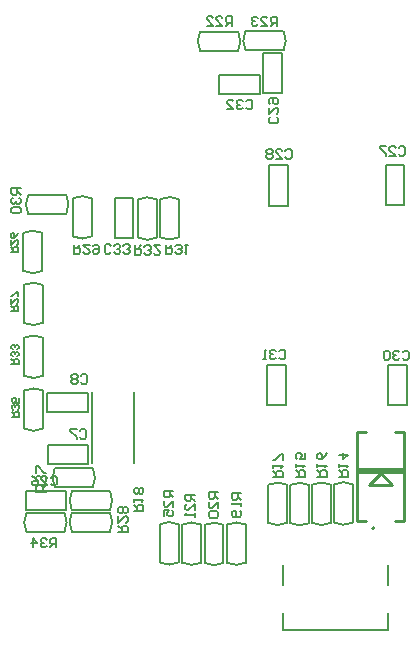
<source format=gbo>
G04*
G04 #@! TF.GenerationSoftware,Altium Limited,Altium Designer,23.6.0 (18)*
G04*
G04 Layer_Color=32896*
%FSLAX44Y44*%
%MOMM*%
G71*
G04*
G04 #@! TF.SameCoordinates,1B3FBE08-8921-405D-8673-E2F24B904F06*
G04*
G04*
G04 #@! TF.FilePolarity,Positive*
G04*
G01*
G75*
%ADD10C,0.1500*%
%ADD11C,0.2000*%
%ADD12C,0.1270*%
%ADD88C,0.2500*%
%ADD89R,4.0000X0.5000*%
D10*
X398749Y376337D02*
X390751D01*
Y380336D01*
X392084Y381668D01*
X394750D01*
X396083Y380336D01*
Y376337D01*
Y379002D02*
X398749Y381668D01*
X392084Y384334D02*
X390751Y385667D01*
Y388333D01*
X392084Y389666D01*
X393417D01*
X394750Y388333D01*
Y387000D01*
Y388333D01*
X396083Y389666D01*
X397416D01*
X398749Y388333D01*
Y385667D01*
X397416Y384334D01*
X390751Y392332D02*
Y397663D01*
X392084D01*
X397416Y392332D01*
X398749D01*
X370001Y439753D02*
X375999D01*
Y442752D01*
X374999Y443751D01*
X373000D01*
X372000Y442752D01*
Y439753D01*
Y441752D02*
X370001Y443751D01*
X374999Y445751D02*
X375999Y446750D01*
Y448750D01*
X374999Y449749D01*
X374000D01*
X373000Y448750D01*
Y447750D01*
Y448750D01*
X372000Y449749D01*
X371001D01*
X370001Y448750D01*
Y446750D01*
X371001Y445751D01*
X375999Y455747D02*
Y451749D01*
X373000D01*
X374000Y453748D01*
Y454748D01*
X373000Y455747D01*
X371001D01*
X370001Y454748D01*
Y452748D01*
X371001Y451749D01*
X407663Y329001D02*
Y336999D01*
X403665D01*
X402332Y335666D01*
Y333000D01*
X403665Y331667D01*
X407663D01*
X404997D02*
X402332Y329001D01*
X399666Y335666D02*
X398333Y336999D01*
X395667D01*
X394334Y335666D01*
Y334333D01*
X395667Y333000D01*
X397000D01*
X395667D01*
X394334Y331667D01*
Y330334D01*
X395667Y329001D01*
X398333D01*
X399666Y330334D01*
X387670Y329001D02*
Y336999D01*
X391668Y333000D01*
X386337D01*
X369751Y484753D02*
X375749D01*
Y487752D01*
X374749Y488751D01*
X372750D01*
X371750Y487752D01*
Y484753D01*
Y486752D02*
X369751Y488751D01*
X374749Y490751D02*
X375749Y491750D01*
Y493750D01*
X374749Y494749D01*
X373750D01*
X372750Y493750D01*
Y492750D01*
Y493750D01*
X371750Y494749D01*
X370751D01*
X369751Y493750D01*
Y491750D01*
X370751Y490751D01*
X374749Y496749D02*
X375749Y497748D01*
Y499748D01*
X374749Y500747D01*
X373750D01*
X372750Y499748D01*
Y498748D01*
Y499748D01*
X371750Y500747D01*
X370751D01*
X369751Y499748D01*
Y497748D01*
X370751Y496749D01*
X474337Y584749D02*
Y576751D01*
X478335D01*
X479668Y578084D01*
Y580750D01*
X478335Y582083D01*
X474337D01*
X477002D02*
X479668Y584749D01*
X482334Y578084D02*
X483667Y576751D01*
X486333D01*
X487666Y578084D01*
Y579417D01*
X486333Y580750D01*
X485000D01*
X486333D01*
X487666Y582083D01*
Y583416D01*
X486333Y584749D01*
X483667D01*
X482334Y583416D01*
X495663Y584749D02*
X490331D01*
X495663Y579417D01*
Y578084D01*
X494330Y576751D01*
X491664D01*
X490331Y578084D01*
X500420Y585499D02*
Y577501D01*
X504418D01*
X505751Y578834D01*
Y581500D01*
X504418Y582833D01*
X500420D01*
X503085D02*
X505751Y585499D01*
X508417Y578834D02*
X509750Y577501D01*
X512416D01*
X513749Y578834D01*
Y580167D01*
X512416Y581500D01*
X511083D01*
X512416D01*
X513749Y582833D01*
Y584166D01*
X512416Y585499D01*
X509750D01*
X508417Y584166D01*
X516414Y585499D02*
X519080D01*
X517747D01*
Y577501D01*
X516414Y578834D01*
X377499Y633163D02*
X369501D01*
Y629165D01*
X370834Y627832D01*
X373500D01*
X374833Y629165D01*
Y633163D01*
Y630498D02*
X377499Y627832D01*
X370834Y625166D02*
X369501Y623833D01*
Y621167D01*
X370834Y619834D01*
X372167D01*
X373500Y621167D01*
Y622500D01*
Y621167D01*
X374833Y619834D01*
X376166D01*
X377499Y621167D01*
Y623833D01*
X376166Y625166D01*
X370834Y617168D02*
X369501Y615835D01*
Y613170D01*
X370834Y611837D01*
X376166D01*
X377499Y613170D01*
Y615835D01*
X376166Y617168D01*
X370834D01*
X422587Y585499D02*
Y577501D01*
X426585D01*
X427918Y578834D01*
Y581500D01*
X426585Y582833D01*
X422587D01*
X425252D02*
X427918Y585499D01*
X435916D02*
X430584D01*
X435916Y580167D01*
Y578834D01*
X434583Y577501D01*
X431917D01*
X430584Y578834D01*
X438582Y584166D02*
X439914Y585499D01*
X442580D01*
X443913Y584166D01*
Y578834D01*
X442580Y577501D01*
X439914D01*
X438582Y578834D01*
Y580167D01*
X439914Y581500D01*
X443913D01*
X460251Y342087D02*
X468249D01*
Y346086D01*
X466916Y347418D01*
X464250D01*
X462917Y346086D01*
Y342087D01*
Y344753D02*
X460251Y347418D01*
Y355416D02*
Y350084D01*
X465583Y355416D01*
X466916D01*
X468249Y354083D01*
Y351417D01*
X466916Y350084D01*
Y358082D02*
X468249Y359414D01*
Y362080D01*
X466916Y363413D01*
X465583D01*
X464250Y362080D01*
X462917Y363413D01*
X461584D01*
X460251Y362080D01*
Y359414D01*
X461584Y358082D01*
X462917D01*
X464250Y359414D01*
X465583Y358082D01*
X466916D01*
X464250Y359414D02*
Y362080D01*
X369501Y529503D02*
X375499D01*
Y532502D01*
X374499Y533501D01*
X372500D01*
X371500Y532502D01*
Y529503D01*
Y531502D02*
X369501Y533501D01*
Y539499D02*
Y535501D01*
X373500Y539499D01*
X374499D01*
X375499Y538500D01*
Y536500D01*
X374499Y535501D01*
X375499Y541499D02*
Y545497D01*
X374499D01*
X370501Y541499D01*
X369501D01*
X369251Y579253D02*
X375249D01*
Y582252D01*
X374249Y583251D01*
X372250D01*
X371250Y582252D01*
Y579253D01*
Y581252D02*
X369251Y583251D01*
Y589249D02*
Y585251D01*
X373250Y589249D01*
X374249D01*
X375249Y588250D01*
Y586250D01*
X374249Y585251D01*
X375249Y595247D02*
X374249Y593248D01*
X372250Y591249D01*
X370251D01*
X369251Y592248D01*
Y594248D01*
X370251Y595247D01*
X371250D01*
X372250Y594248D01*
Y591249D01*
X506749Y376663D02*
X498751D01*
Y372664D01*
X500084Y371332D01*
X502750D01*
X504083Y372664D01*
Y376663D01*
Y373997D02*
X506749Y371332D01*
Y363334D02*
Y368666D01*
X501417Y363334D01*
X500084D01*
X498751Y364667D01*
Y367333D01*
X500084Y368666D01*
X498751Y355337D02*
Y360668D01*
X502750D01*
X501417Y358003D01*
Y356670D01*
X502750Y355337D01*
X505416D01*
X506749Y356670D01*
Y359336D01*
X505416Y360668D01*
X594413Y770501D02*
Y778499D01*
X590415D01*
X589082Y777166D01*
Y774500D01*
X590415Y773167D01*
X594413D01*
X591747D02*
X589082Y770501D01*
X581084D02*
X586416D01*
X581084Y775833D01*
Y777166D01*
X582417Y778499D01*
X585083D01*
X586416Y777166D01*
X578418D02*
X577085Y778499D01*
X574420D01*
X573087Y777166D01*
Y775833D01*
X574420Y774500D01*
X575753D01*
X574420D01*
X573087Y773167D01*
Y771834D01*
X574420Y770501D01*
X577085D01*
X578418Y771834D01*
X556413Y770751D02*
Y778749D01*
X552415D01*
X551082Y777416D01*
Y774750D01*
X552415Y773417D01*
X556413D01*
X553747D02*
X551082Y770751D01*
X543084D02*
X548416D01*
X543084Y776083D01*
Y777416D01*
X544417Y778749D01*
X547083D01*
X548416Y777416D01*
X535087Y770751D02*
X540418D01*
X535087Y776083D01*
Y777416D01*
X536420Y778749D01*
X539086D01*
X540418Y777416D01*
X524749Y373830D02*
X516751D01*
Y369832D01*
X518084Y368499D01*
X520750D01*
X522083Y369832D01*
Y373830D01*
Y371164D02*
X524749Y368499D01*
Y360501D02*
Y365833D01*
X519417Y360501D01*
X518084D01*
X516751Y361834D01*
Y364500D01*
X518084Y365833D01*
X524749Y357835D02*
Y355170D01*
Y356502D01*
X516751D01*
X518084Y357835D01*
X544749Y375663D02*
X536751D01*
Y371665D01*
X538084Y370332D01*
X540750D01*
X542083Y371665D01*
Y375663D01*
Y372997D02*
X544749Y370332D01*
Y362334D02*
Y367666D01*
X539417Y362334D01*
X538084D01*
X536751Y363667D01*
Y366333D01*
X538084Y367666D01*
Y359668D02*
X536751Y358335D01*
Y355670D01*
X538084Y354337D01*
X543416D01*
X544749Y355670D01*
Y358335D01*
X543416Y359668D01*
X538084D01*
X564249Y374747D02*
X556251D01*
Y370748D01*
X557584Y369415D01*
X560250D01*
X561583Y370748D01*
Y374747D01*
Y372081D02*
X564249Y369415D01*
Y366749D02*
Y364084D01*
Y365416D01*
X556251D01*
X557584Y366749D01*
X562916Y360085D02*
X564249Y358752D01*
Y356086D01*
X562916Y354753D01*
X557584D01*
X556251Y356086D01*
Y358752D01*
X557584Y360085D01*
X558917D01*
X560250Y358752D01*
Y354753D01*
X473501Y359753D02*
X481499D01*
Y363752D01*
X480166Y365085D01*
X477500D01*
X476167Y363752D01*
Y359753D01*
Y362419D02*
X473501Y365085D01*
Y367751D02*
Y370416D01*
Y369084D01*
X481499D01*
X480166Y367751D01*
Y374415D02*
X481499Y375748D01*
Y378414D01*
X480166Y379747D01*
X478833D01*
X477500Y378414D01*
X476167Y379747D01*
X474834D01*
X473501Y378414D01*
Y375748D01*
X474834Y374415D01*
X476167D01*
X477500Y375748D01*
X478833Y374415D01*
X480166D01*
X477500Y375748D02*
Y378414D01*
X591251Y388503D02*
X599249D01*
Y392502D01*
X597916Y393835D01*
X595250D01*
X593917Y392502D01*
Y388503D01*
Y391169D02*
X591251Y393835D01*
Y396501D02*
Y399166D01*
Y397834D01*
X599249D01*
X597916Y396501D01*
X599249Y403165D02*
Y408497D01*
X597916D01*
X592584Y403165D01*
X591251D01*
X628501Y389003D02*
X636499D01*
Y393002D01*
X635166Y394335D01*
X632500D01*
X631167Y393002D01*
Y389003D01*
Y391669D02*
X628501Y394335D01*
Y397001D02*
Y399666D01*
Y398334D01*
X636499D01*
X635166Y397001D01*
X636499Y408997D02*
X635166Y406331D01*
X632500Y403665D01*
X629834D01*
X628501Y404998D01*
Y407664D01*
X629834Y408997D01*
X631167D01*
X632500Y407664D01*
Y403665D01*
X610251Y389003D02*
X618249D01*
Y393002D01*
X616916Y394335D01*
X614250D01*
X612917Y393002D01*
Y389003D01*
Y391669D02*
X610251Y394335D01*
Y397001D02*
Y399666D01*
Y398334D01*
X618249D01*
X616916Y397001D01*
X618249Y408997D02*
Y403665D01*
X614250D01*
X615583Y406331D01*
Y407664D01*
X614250Y408997D01*
X611584D01*
X610251Y407664D01*
Y404998D01*
X611584Y403665D01*
X646751Y389003D02*
X654749D01*
Y393002D01*
X653416Y394335D01*
X650750D01*
X649417Y393002D01*
Y389003D01*
Y391669D02*
X646751Y394335D01*
Y397001D02*
Y399666D01*
Y398334D01*
X654749D01*
X653416Y397001D01*
X646751Y407664D02*
X654749D01*
X650750Y403665D01*
Y408997D01*
X453918Y579084D02*
X452585Y577751D01*
X449920D01*
X448587Y579084D01*
Y584416D01*
X449920Y585749D01*
X452585D01*
X453918Y584416D01*
X456584Y579084D02*
X457917Y577751D01*
X460583D01*
X461916Y579084D01*
Y580417D01*
X460583Y581750D01*
X459250D01*
X460583D01*
X461916Y583083D01*
Y584416D01*
X460583Y585749D01*
X457917D01*
X456584Y584416D01*
X464581Y579084D02*
X465914Y577751D01*
X468580D01*
X469913Y579084D01*
Y580417D01*
X468580Y581750D01*
X467247D01*
X468580D01*
X469913Y583083D01*
Y584416D01*
X468580Y585749D01*
X465914D01*
X464581Y584416D01*
X568332Y706666D02*
X569664Y707999D01*
X572330D01*
X573663Y706666D01*
Y701334D01*
X572330Y700001D01*
X569664D01*
X568332Y701334D01*
X565666Y706666D02*
X564333Y707999D01*
X561667D01*
X560334Y706666D01*
Y705333D01*
X561667Y704000D01*
X563000D01*
X561667D01*
X560334Y702667D01*
Y701334D01*
X561667Y700001D01*
X564333D01*
X565666Y701334D01*
X552337Y700001D02*
X557668D01*
X552337Y705333D01*
Y706666D01*
X553670Y707999D01*
X556335D01*
X557668Y706666D01*
X596249Y495166D02*
X597582Y496499D01*
X600247D01*
X601580Y495166D01*
Y489834D01*
X600247Y488501D01*
X597582D01*
X596249Y489834D01*
X593583Y495166D02*
X592250Y496499D01*
X589584D01*
X588251Y495166D01*
Y493833D01*
X589584Y492500D01*
X590917D01*
X589584D01*
X588251Y491167D01*
Y489834D01*
X589584Y488501D01*
X592250D01*
X593583Y489834D01*
X585586Y488501D02*
X582920D01*
X584253D01*
Y496499D01*
X585586Y495166D01*
X700832Y489084D02*
X702165Y487751D01*
X704830D01*
X706163Y489084D01*
Y494416D01*
X704830Y495749D01*
X702165D01*
X700832Y494416D01*
X698166Y489084D02*
X696833Y487751D01*
X694167D01*
X692834Y489084D01*
Y490417D01*
X694167Y491750D01*
X695500D01*
X694167D01*
X692834Y493083D01*
Y494416D01*
X694167Y495749D01*
X696833D01*
X698166Y494416D01*
X690168Y489084D02*
X688836Y487751D01*
X686170D01*
X684837Y489084D01*
Y494416D01*
X686170Y495749D01*
X688836D01*
X690168Y494416D01*
Y489084D01*
X594166Y693418D02*
X595499Y692085D01*
Y689420D01*
X594166Y688087D01*
X588834D01*
X587501Y689420D01*
Y692085D01*
X588834Y693418D01*
X587501Y701416D02*
Y696084D01*
X592833Y701416D01*
X594166D01*
X595499Y700083D01*
Y697417D01*
X594166Y696084D01*
X588834Y704082D02*
X587501Y705415D01*
Y708080D01*
X588834Y709413D01*
X594166D01*
X595499Y708080D01*
Y705415D01*
X594166Y704082D01*
X592833D01*
X591500Y705415D01*
Y709413D01*
X601582Y664916D02*
X602915Y666249D01*
X605580D01*
X606913Y664916D01*
Y659584D01*
X605580Y658251D01*
X602915D01*
X601582Y659584D01*
X593584Y658251D02*
X598916D01*
X593584Y663583D01*
Y664916D01*
X594917Y666249D01*
X597583D01*
X598916Y664916D01*
X590918D02*
X589585Y666249D01*
X586920D01*
X585587Y664916D01*
Y663583D01*
X586920Y662250D01*
X585587Y660917D01*
Y659584D01*
X586920Y658251D01*
X589585D01*
X590918Y659584D01*
Y660917D01*
X589585Y662250D01*
X590918Y663583D01*
Y664916D01*
X589585Y662250D02*
X586920D01*
X697582Y667166D02*
X698914Y668499D01*
X701580D01*
X702913Y667166D01*
Y661834D01*
X701580Y660501D01*
X698914D01*
X697582Y661834D01*
X689584Y660501D02*
X694916D01*
X689584Y665833D01*
Y667166D01*
X690917Y668499D01*
X693583D01*
X694916Y667166D01*
X686918Y668499D02*
X681587D01*
Y667166D01*
X686918Y661834D01*
Y660501D01*
X402832Y388166D02*
X404165Y389499D01*
X406830D01*
X408163Y388166D01*
Y382834D01*
X406830Y381501D01*
X404165D01*
X402832Y382834D01*
X394834Y381501D02*
X400166D01*
X394834Y386833D01*
Y388166D01*
X396167Y389499D01*
X398833D01*
X400166Y388166D01*
X386837Y389499D02*
X389503Y388166D01*
X392168Y385500D01*
Y382834D01*
X390835Y381501D01*
X388170D01*
X386837Y382834D01*
Y384167D01*
X388170Y385500D01*
X392168D01*
X428500Y474278D02*
X429833Y475611D01*
X432499D01*
X433832Y474278D01*
Y468947D01*
X432499Y467614D01*
X429833D01*
X428500Y468947D01*
X425835Y474278D02*
X424502Y475611D01*
X421836D01*
X420503Y474278D01*
Y472946D01*
X421836Y471613D01*
X420503Y470280D01*
Y468947D01*
X421836Y467614D01*
X424502D01*
X425835Y468947D01*
Y470280D01*
X424502Y471613D01*
X425835Y472946D01*
Y474278D01*
X424502Y471613D02*
X421836D01*
X427583Y427666D02*
X428916Y428999D01*
X431582D01*
X432915Y427666D01*
Y422334D01*
X431582Y421001D01*
X428916D01*
X427583Y422334D01*
X424917Y428999D02*
X419585D01*
Y427666D01*
X424917Y422334D01*
Y421001D01*
D11*
X495300Y316351D02*
G03*
X511200Y316351I7950J16149D01*
G01*
Y348649D02*
G03*
X495300Y348649I-7950J-16149D01*
G01*
X380550Y474351D02*
G03*
X396450Y474351I7950J16149D01*
G01*
Y506649D02*
G03*
X380550Y506649I-7950J-16149D01*
G01*
X380300Y519101D02*
G03*
X396200Y519101I7950J16149D01*
G01*
Y551399D02*
G03*
X380300Y551399I-7950J-16149D01*
G01*
X380550Y429601D02*
G03*
X396450Y429601I7950J16149D01*
G01*
Y461899D02*
G03*
X380550Y461899I-7950J-16149D01*
G01*
X379800Y563101D02*
G03*
X395700Y563101I7950J16149D01*
G01*
Y595399D02*
G03*
X379800Y595399I-7950J-16149D01*
G01*
X529351Y765700D02*
G03*
X529351Y749800I16149J-7950D01*
G01*
X561649D02*
G03*
X561649Y765700I-16149J7950D01*
G01*
X600149Y750050D02*
G03*
X600149Y765950I-16149J7950D01*
G01*
X567851D02*
G03*
X567851Y750050I16149J-7950D01*
G01*
X677000Y345250D02*
G03*
X677000Y345250I-1000J0D01*
G01*
X603200Y382149D02*
G03*
X587300Y382149I-7950J-16149D01*
G01*
Y349851D02*
G03*
X603200Y349851I7950J16149D01*
G01*
X642800Y350101D02*
G03*
X658700Y350101I7950J16149D01*
G01*
Y382399D02*
G03*
X642800Y382399I-7950J-16149D01*
G01*
X640200Y382149D02*
G03*
X624300Y382149I-7950J-16149D01*
G01*
Y349851D02*
G03*
X640200Y349851I7950J16149D01*
G01*
X621700Y381899D02*
G03*
X605800Y381899I-7950J-16149D01*
G01*
Y349601D02*
G03*
X621700Y349601I7950J16149D01*
G01*
X414649Y342300D02*
G03*
X414649Y358200I-16149J7950D01*
G01*
X382351D02*
G03*
X382351Y342300I16149J-7950D01*
G01*
X406351Y395950D02*
G03*
X406351Y380050I16149J-7950D01*
G01*
X438649D02*
G03*
X438649Y395950I-16149J7950D01*
G01*
X420851Y376700D02*
G03*
X420851Y360800I16149J-7950D01*
G01*
X453149D02*
G03*
X453149Y376700I-16149J7950D01*
G01*
X453149Y342550D02*
G03*
X453149Y358450I-16149J7950D01*
G01*
X420851D02*
G03*
X420851Y342550I16149J-7950D01*
G01*
X549200Y348149D02*
G03*
X533300Y348149I-7950J-16149D01*
G01*
Y315851D02*
G03*
X549200Y315851I7950J16149D01*
G01*
X530200Y348399D02*
G03*
X514300Y348399I-7950J-16149D01*
G01*
Y316101D02*
G03*
X530200Y316101I7950J16149D01*
G01*
X568200Y348399D02*
G03*
X552300Y348399I-7950J-16149D01*
G01*
Y316101D02*
G03*
X568200Y316101I7950J16149D01*
G01*
X416149Y611550D02*
G03*
X416149Y627450I-16149J7950D01*
G01*
X383851D02*
G03*
X383851Y611550I16149J-7950D01*
G01*
X437700Y624649D02*
G03*
X421800Y624649I-7950J-16149D01*
G01*
Y592351D02*
G03*
X437700Y592351I7950J16149D01*
G01*
X492700Y623649D02*
G03*
X476800Y623649I-7950J-16149D01*
G01*
Y591351D02*
G03*
X492700Y591351I7950J16149D01*
G01*
X511700Y623899D02*
G03*
X495800Y623899I-7950J-16149D01*
G01*
Y591601D02*
G03*
X511700Y591601I7950J16149D01*
G01*
X495250Y316500D02*
Y348500D01*
X511250Y316500D02*
Y348500D01*
X380500Y474500D02*
Y506500D01*
X396500Y474500D02*
Y506500D01*
X380250Y519250D02*
Y551250D01*
X396250Y519250D02*
Y551250D01*
X380500Y429750D02*
Y461750D01*
X396500Y429750D02*
Y461750D01*
X379750Y563250D02*
Y595250D01*
X395750Y563250D02*
Y595250D01*
X529500Y765750D02*
X561500D01*
X529500Y749750D02*
X561500D01*
X568000Y750000D02*
X600000D01*
X568000Y766000D02*
X600000D01*
X545750Y729250D02*
X579750D01*
X545750Y713250D02*
Y729250D01*
Y713250D02*
X579750D01*
Y729250D01*
X582750Y713750D02*
Y747750D01*
Y713750D02*
X598750D01*
Y747750D01*
X582750D02*
X598750D01*
X603250Y350000D02*
Y382000D01*
X587250Y350000D02*
Y382000D01*
X642750Y350250D02*
Y382250D01*
X658750Y350250D02*
Y382250D01*
X640250Y350000D02*
Y382000D01*
X624250Y350000D02*
Y382000D01*
X621750Y349750D02*
Y381750D01*
X605750Y349750D02*
Y381750D01*
X382500Y342250D02*
X414500D01*
X382500Y358250D02*
X414500D01*
X406500Y380000D02*
X438500D01*
X406500Y396000D02*
X438500D01*
X421000Y376750D02*
X453000D01*
X421000Y360750D02*
X453000D01*
X421000Y342500D02*
X453000D01*
X421000Y358500D02*
X453000D01*
X382000Y361000D02*
Y377000D01*
X416000D01*
Y361000D02*
Y377000D01*
X382000Y361000D02*
X416000D01*
X686500Y653250D02*
X702500D01*
Y619250D02*
Y653250D01*
X686500Y619250D02*
X702500D01*
X686500D02*
Y653250D01*
X587750Y652500D02*
X603750D01*
Y618500D02*
Y652500D01*
X587750Y618500D02*
X603750D01*
X587750D02*
Y652500D01*
X586000Y483500D02*
X602000D01*
Y449500D02*
Y483500D01*
X586000Y449500D02*
X602000D01*
X586000D02*
Y483500D01*
X688250Y483250D02*
X704250D01*
Y449250D02*
Y483250D01*
X688250Y449250D02*
X704250D01*
X688250D02*
Y483250D01*
X549250Y316000D02*
Y348000D01*
X533250Y316000D02*
Y348000D01*
X530250Y316250D02*
Y348250D01*
X514250Y316250D02*
Y348250D01*
X568250Y316250D02*
Y348250D01*
X552250Y316250D02*
Y348250D01*
X384000Y611500D02*
X416000D01*
X384000Y627500D02*
X416000D01*
X437750Y592500D02*
Y624500D01*
X421750Y592500D02*
Y624500D01*
X492750Y591500D02*
Y623500D01*
X476750Y591500D02*
Y623500D01*
X457000Y590750D02*
X473000D01*
X457000D02*
Y624750D01*
X473000D01*
Y590750D02*
Y624750D01*
X511750Y591750D02*
Y623750D01*
X495750Y591750D02*
Y623750D01*
X400500Y400000D02*
Y416000D01*
X434500D01*
Y400000D02*
Y416000D01*
X400500Y400000D02*
X434500D01*
X400250Y444000D02*
Y460000D01*
X434250D01*
Y444000D02*
Y460000D01*
X400250Y444000D02*
X434250D01*
D12*
X599300Y259250D02*
X688700D01*
Y273550D01*
Y296950D02*
Y313750D01*
X599300Y259250D02*
Y273550D01*
Y296950D02*
Y313750D01*
X473250Y400750D02*
Y460750D01*
X438250Y400750D02*
Y460750D01*
D88*
X694750Y426500D02*
X702250D01*
X662250D02*
X669750D01*
X662250Y351500D02*
X669750D01*
X694750D02*
X702250D01*
X672250Y382000D02*
X682250Y392000D01*
X672250Y382000D02*
X692250D01*
X682250Y392000D02*
X692250Y382000D01*
X662250Y351500D02*
Y426500D01*
X702250Y351500D02*
Y426500D01*
D89*
X682250Y393997D02*
D03*
M02*

</source>
